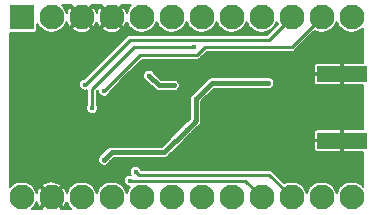
<source format=gbr>
%TF.GenerationSoftware,KiCad,Pcbnew,5.1.9+dfsg1-1~bpo10+1*%
%TF.CreationDate,Date%
%TF.ProjectId,LORA,4c4f5241-2e6b-4696-9361-645f70636258,v1.3*%
%TF.SameCoordinates,Original*%
%TF.FileFunction,Copper,L4,Bot*%
%TF.FilePolarity,Positive*%
%FSLAX46Y46*%
G04 Gerber Fmt 4.6, Leading zero omitted, Abs format (unit mm)*
G04 Created by KiCad*
%MOMM*%
%LPD*%
G01*
G04 APERTURE LIST*
%TA.AperFunction,ComponentPad*%
%ADD10R,2.100000X2.100000*%
%TD*%
%TA.AperFunction,ComponentPad*%
%ADD11C,2.100000*%
%TD*%
%TA.AperFunction,SMDPad,CuDef*%
%ADD12R,4.200000X1.350000*%
%TD*%
%TA.AperFunction,ViaPad*%
%ADD13C,0.450000*%
%TD*%
%TA.AperFunction,Conductor*%
%ADD14C,0.400000*%
%TD*%
%TA.AperFunction,Conductor*%
%ADD15C,0.250000*%
%TD*%
%TA.AperFunction,Conductor*%
%ADD16C,0.150000*%
%TD*%
%TA.AperFunction,Conductor*%
%ADD17C,0.100000*%
%TD*%
G04 APERTURE END LIST*
D10*
%TO.P,A1,1*%
%TO.N,N/C*%
X0Y0D03*
D11*
%TO.P,A1,2*%
X2540000Y0D03*
%TO.P,A1,3*%
%TO.N,GND*%
X5080000Y0D03*
%TO.P,A1,13*%
%TO.N,CS0*%
X27940000Y-15240000D03*
%TO.P,A1,4*%
%TO.N,GND*%
X7620000Y0D03*
%TO.P,A1,14*%
%TO.N,COPI*%
X25400000Y-15240000D03*
%TO.P,A1,5*%
%TO.N,N/C*%
X10160000Y0D03*
%TO.P,A1,15*%
%TO.N,CIPO*%
X22860000Y-15240000D03*
%TO.P,A1,6*%
%TO.N,N/C*%
X12700000Y0D03*
%TO.P,A1,16*%
%TO.N,SCK*%
X20320000Y-15240000D03*
%TO.P,A1,7*%
%TO.N,N/C*%
X15240000Y0D03*
%TO.P,A1,17*%
X17780000Y-15240000D03*
%TO.P,A1,8*%
%TO.N,DIO1*%
X17780000Y0D03*
%TO.P,A1,18*%
%TO.N,N/C*%
X15240000Y-15240000D03*
%TO.P,A1,9*%
X20320000Y0D03*
%TO.P,A1,19*%
X12700000Y-15240000D03*
%TO.P,A1,10*%
%TO.N,DIO0*%
X22860000Y0D03*
%TO.P,A1,20*%
%TO.N,N/C*%
X10160000Y-15240000D03*
%TO.P,A1,11*%
%TO.N,RFRST*%
X25400000Y0D03*
%TO.P,A1,21*%
%TO.N,+3V3*%
X7620000Y-15240000D03*
%TO.P,A1,12*%
%TO.N,N/C*%
X27940000Y0D03*
%TO.P,A1,22*%
X5080000Y-15240000D03*
%TO.P,A1,23*%
%TO.N,GND*%
X2540000Y-15240000D03*
%TO.P,A1,24*%
%TO.N,N/C*%
X0Y-15240000D03*
%TD*%
D12*
%TO.P,J2,2*%
%TO.N,GND*%
X27105000Y-4795000D03*
X27105000Y-10445000D03*
%TD*%
D13*
%TO.N,GND*%
X3810000Y-13335000D03*
X2540000Y-1905000D03*
X1270000Y-13970000D03*
X0Y-12700000D03*
X2540000Y-11430000D03*
X2540000Y-9525000D03*
X2540000Y-7620000D03*
X2540000Y-5715000D03*
X0Y-2540000D03*
X19939000Y-7620000D03*
X18288000Y-8890000D03*
X19939000Y-8890000D03*
X21082000Y-12319000D03*
X22225000Y-12319000D03*
X23495000Y-12319000D03*
X8191500Y-12890500D03*
X13970000Y-8255000D03*
X13990616Y-10536216D03*
X13208000Y-3810000D03*
X19939000Y-6477000D03*
X24638000Y-6858000D03*
X24638000Y-8382000D03*
X24765000Y-12319000D03*
X26162000Y-12319000D03*
X3810000Y-1143000D03*
X26670000Y-2540000D03*
X13970000Y-1143000D03*
X16510000Y-1143000D03*
X22225000Y-4445000D03*
X24130000Y-2540000D03*
X15240000Y-3810000D03*
X22225000Y-6667500D03*
X13970000Y-7264400D03*
X3810000Y-5715000D03*
X3810000Y-7620000D03*
X3810000Y-9525000D03*
X11430000Y-7620000D03*
X8890000Y-7620000D03*
X8890000Y-10160000D03*
X11430000Y-10160000D03*
X11430000Y-1143000D03*
X2540000Y-3810000D03*
X18669000Y-11811000D03*
X4064000Y-12446000D03*
X4064000Y-11303000D03*
X18415000Y-3683000D03*
X19939000Y-3683000D03*
X6731000Y-3175000D03*
X15240000Y-5334000D03*
X19050000Y-1143000D03*
X10922000Y-3810000D03*
X24638000Y-6096000D03*
X24638000Y-9144000D03*
%TO.N,+3V3*%
X13970000Y-9525000D03*
X6985000Y-12065000D03*
X20891500Y-5562600D03*
X10795000Y-4953000D03*
X12890500Y-5778500D03*
X14755000Y-6931800D03*
%TO.N,Net-(JP1-Pad1)*%
X14605000Y-2540000D03*
X5969000Y-7679990D03*
%TO.N,CIPO*%
X9652000Y-13081000D03*
%TO.N,SCK*%
X9143990Y-13843000D03*
%TO.N,DIO0*%
X5334000Y-5715000D03*
%TO.N,RFRST*%
X6985000Y-6223000D03*
%TD*%
D14*
%TO.N,+3V3*%
X12890500Y-5778500D02*
X11620500Y-5778500D01*
X11620500Y-5778500D02*
X10795000Y-4953000D01*
X14755000Y-6931800D02*
X14755000Y-8740000D01*
X14755000Y-8740000D02*
X14566900Y-8928100D01*
X13970000Y-9525000D02*
X14566900Y-8928100D01*
X16124200Y-5562600D02*
X20891500Y-5562600D01*
X14755000Y-6931800D02*
X16124200Y-5562600D01*
X12065000Y-11430000D02*
X13970000Y-9525000D01*
X7620000Y-11430000D02*
X12065000Y-11430000D01*
X6985000Y-12065000D02*
X7620000Y-11430000D01*
D15*
%TO.N,Net-(JP1-Pad1)*%
X5969000Y-6096000D02*
X5969000Y-7679990D01*
X9525000Y-2540000D02*
X5969000Y-6096000D01*
X14605000Y-2540000D02*
X9525000Y-2540000D01*
%TO.N,CIPO*%
X9906000Y-13335000D02*
X9652000Y-13081000D01*
X20955000Y-13335000D02*
X9906000Y-13335000D01*
X22860000Y-15240000D02*
X20955000Y-13335000D01*
%TO.N,SCK*%
X18923000Y-13843000D02*
X9143990Y-13843000D01*
X20320000Y-15240000D02*
X18923000Y-13843000D01*
%TO.N,DIO0*%
X22860000Y0D02*
X20955000Y-1905000D01*
X20955000Y-1905000D02*
X9144000Y-1905000D01*
X9144000Y-1905000D02*
X5583999Y-5465001D01*
X5583999Y-5465001D02*
X5334000Y-5715000D01*
%TO.N,RFRST*%
X7234999Y-5973001D02*
X6985000Y-6223000D01*
X10023001Y-3184999D02*
X7234999Y-5973001D01*
X14849001Y-3184999D02*
X10023001Y-3184999D01*
X15494000Y-2540000D02*
X14849001Y-3184999D01*
X22860000Y-2540000D02*
X15494000Y-2540000D01*
X25400000Y0D02*
X22860000Y-2540000D01*
%TD*%
D16*
%TO.N,GND*%
X4241773Y944293D02*
X5080000Y106066D01*
X5918227Y944293D01*
X5884205Y995000D01*
X6815795Y995000D01*
X6781773Y944293D01*
X7620000Y106066D01*
X8458227Y944293D01*
X8424205Y995000D01*
X9281167Y995000D01*
X9130805Y844638D01*
X8985800Y627623D01*
X8886836Y388703D01*
X8841177Y530455D01*
X8739508Y720666D01*
X8564293Y838227D01*
X7726066Y0D01*
X8564293Y-838227D01*
X8739508Y-720666D01*
X8858592Y-488414D01*
X8886926Y-388919D01*
X8985800Y-627623D01*
X9130805Y-844638D01*
X9315362Y-1029195D01*
X9532377Y-1174200D01*
X9773512Y-1274081D01*
X10029499Y-1325000D01*
X10290501Y-1325000D01*
X10546488Y-1274081D01*
X10787623Y-1174200D01*
X11004638Y-1029195D01*
X11189195Y-844638D01*
X11334200Y-627623D01*
X11430000Y-396340D01*
X11525800Y-627623D01*
X11670805Y-844638D01*
X11855362Y-1029195D01*
X12072377Y-1174200D01*
X12313512Y-1274081D01*
X12569499Y-1325000D01*
X12830501Y-1325000D01*
X13086488Y-1274081D01*
X13327623Y-1174200D01*
X13544638Y-1029195D01*
X13729195Y-844638D01*
X13874200Y-627623D01*
X13970000Y-396340D01*
X14065800Y-627623D01*
X14210805Y-844638D01*
X14395362Y-1029195D01*
X14612377Y-1174200D01*
X14853512Y-1274081D01*
X15109499Y-1325000D01*
X15370501Y-1325000D01*
X15626488Y-1274081D01*
X15867623Y-1174200D01*
X16084638Y-1029195D01*
X16269195Y-844638D01*
X16414200Y-627623D01*
X16510000Y-396340D01*
X16605800Y-627623D01*
X16750805Y-844638D01*
X16935362Y-1029195D01*
X17152377Y-1174200D01*
X17393512Y-1274081D01*
X17649499Y-1325000D01*
X17910501Y-1325000D01*
X18166488Y-1274081D01*
X18407623Y-1174200D01*
X18624638Y-1029195D01*
X18809195Y-844638D01*
X18954200Y-627623D01*
X19050000Y-396340D01*
X19145800Y-627623D01*
X19290805Y-844638D01*
X19475362Y-1029195D01*
X19692377Y-1174200D01*
X19933512Y-1274081D01*
X20189499Y-1325000D01*
X20450501Y-1325000D01*
X20706488Y-1274081D01*
X20947623Y-1174200D01*
X21164638Y-1029195D01*
X21349195Y-844638D01*
X21494200Y-627623D01*
X21590000Y-396340D01*
X21680203Y-614111D01*
X20789315Y-1505000D01*
X9163647Y-1505000D01*
X9144000Y-1503065D01*
X9124353Y-1505000D01*
X9065586Y-1510788D01*
X8990186Y-1533660D01*
X8920697Y-1570803D01*
X8859789Y-1620789D01*
X8847265Y-1636050D01*
X5264233Y-5219082D01*
X5188155Y-5234215D01*
X5097161Y-5271906D01*
X5015269Y-5326625D01*
X4945625Y-5396269D01*
X4890906Y-5478161D01*
X4853215Y-5569155D01*
X4834000Y-5665754D01*
X4834000Y-5764246D01*
X4853215Y-5860845D01*
X4890906Y-5951839D01*
X4945625Y-6033731D01*
X5015269Y-6103375D01*
X5097161Y-6158094D01*
X5188155Y-6195785D01*
X5284754Y-6215000D01*
X5383246Y-6215000D01*
X5479845Y-6195785D01*
X5569000Y-6158856D01*
X5569001Y-7378656D01*
X5525906Y-7443151D01*
X5488215Y-7534145D01*
X5469000Y-7630744D01*
X5469000Y-7729236D01*
X5488215Y-7825835D01*
X5525906Y-7916829D01*
X5580625Y-7998721D01*
X5650269Y-8068365D01*
X5732161Y-8123084D01*
X5823155Y-8160775D01*
X5919754Y-8179990D01*
X6018246Y-8179990D01*
X6114845Y-8160775D01*
X6205839Y-8123084D01*
X6287731Y-8068365D01*
X6357375Y-7998721D01*
X6412094Y-7916829D01*
X6449785Y-7825835D01*
X6469000Y-7729236D01*
X6469000Y-7630744D01*
X6449785Y-7534145D01*
X6412094Y-7443151D01*
X6369000Y-7378657D01*
X6369000Y-6261685D01*
X6491970Y-6138715D01*
X6485000Y-6173754D01*
X6485000Y-6272246D01*
X6504215Y-6368845D01*
X6541906Y-6459839D01*
X6596625Y-6541731D01*
X6666269Y-6611375D01*
X6748161Y-6666094D01*
X6839155Y-6703785D01*
X6935754Y-6723000D01*
X7034246Y-6723000D01*
X7130845Y-6703785D01*
X7221839Y-6666094D01*
X7303731Y-6611375D01*
X7373375Y-6541731D01*
X7428094Y-6459839D01*
X7465785Y-6368845D01*
X7480918Y-6292767D01*
X7531734Y-6241951D01*
X8869931Y-4903754D01*
X10295000Y-4903754D01*
X10295000Y-5002246D01*
X10314215Y-5098845D01*
X10351906Y-5189839D01*
X10406625Y-5271731D01*
X10476269Y-5341375D01*
X10558161Y-5396094D01*
X10572130Y-5401880D01*
X11268120Y-6097871D01*
X11282999Y-6116001D01*
X11355327Y-6175359D01*
X11437846Y-6219466D01*
X11500222Y-6238388D01*
X11527383Y-6246627D01*
X11620499Y-6255798D01*
X11643831Y-6253500D01*
X12730689Y-6253500D01*
X12744655Y-6259285D01*
X12841254Y-6278500D01*
X12939746Y-6278500D01*
X13036345Y-6259285D01*
X13127339Y-6221594D01*
X13209231Y-6166875D01*
X13278875Y-6097231D01*
X13333594Y-6015339D01*
X13371285Y-5924345D01*
X13390500Y-5827746D01*
X13390500Y-5729254D01*
X13371285Y-5632655D01*
X13333594Y-5541661D01*
X13278875Y-5459769D01*
X13209231Y-5390125D01*
X13127339Y-5335406D01*
X13036345Y-5297715D01*
X12939746Y-5278500D01*
X12841254Y-5278500D01*
X12744655Y-5297715D01*
X12730689Y-5303500D01*
X11817251Y-5303500D01*
X11243880Y-4730130D01*
X11238094Y-4716161D01*
X11183375Y-4634269D01*
X11113731Y-4564625D01*
X11031839Y-4509906D01*
X10940845Y-4472215D01*
X10844246Y-4453000D01*
X10745754Y-4453000D01*
X10649155Y-4472215D01*
X10558161Y-4509906D01*
X10476269Y-4564625D01*
X10406625Y-4634269D01*
X10351906Y-4716161D01*
X10314215Y-4807155D01*
X10295000Y-4903754D01*
X8869931Y-4903754D01*
X9653685Y-4120000D01*
X24728669Y-4120000D01*
X24730000Y-4651250D01*
X24798750Y-4720000D01*
X27030000Y-4720000D01*
X27030000Y-3913750D01*
X26961250Y-3845000D01*
X25005000Y-3843669D01*
X24951090Y-3848979D01*
X24899253Y-3864703D01*
X24851479Y-3890239D01*
X24809604Y-3924604D01*
X24775239Y-3966479D01*
X24749703Y-4014253D01*
X24733979Y-4066090D01*
X24728669Y-4120000D01*
X9653685Y-4120000D01*
X10188687Y-3584999D01*
X14829355Y-3584999D01*
X14849001Y-3586934D01*
X14868647Y-3584999D01*
X14868648Y-3584999D01*
X14927415Y-3579211D01*
X15002815Y-3556339D01*
X15072304Y-3519196D01*
X15133212Y-3469210D01*
X15145738Y-3453947D01*
X15659686Y-2940000D01*
X22840354Y-2940000D01*
X22860000Y-2941935D01*
X22879646Y-2940000D01*
X22879647Y-2940000D01*
X22938414Y-2934212D01*
X23013814Y-2911340D01*
X23083303Y-2874197D01*
X23144211Y-2824211D01*
X23156737Y-2808948D01*
X24785888Y-1179797D01*
X25013512Y-1274081D01*
X25269499Y-1325000D01*
X25530501Y-1325000D01*
X25786488Y-1274081D01*
X26027623Y-1174200D01*
X26244638Y-1029195D01*
X26429195Y-844638D01*
X26574200Y-627623D01*
X26670000Y-396340D01*
X26765800Y-627623D01*
X26910805Y-844638D01*
X27095362Y-1029195D01*
X27312377Y-1174200D01*
X27553512Y-1274081D01*
X27809499Y-1325000D01*
X28070501Y-1325000D01*
X28326488Y-1274081D01*
X28567623Y-1174200D01*
X28784638Y-1029195D01*
X28935000Y-878833D01*
X28935000Y-3843853D01*
X27248750Y-3845000D01*
X27180000Y-3913750D01*
X27180000Y-4720000D01*
X27200000Y-4720000D01*
X27200000Y-4870000D01*
X27180000Y-4870000D01*
X27180000Y-5676250D01*
X27248750Y-5745000D01*
X28935000Y-5746147D01*
X28935001Y-9493853D01*
X27248750Y-9495000D01*
X27180000Y-9563750D01*
X27180000Y-10370000D01*
X27200000Y-10370000D01*
X27200000Y-10520000D01*
X27180000Y-10520000D01*
X27180000Y-11326250D01*
X27248750Y-11395000D01*
X28935001Y-11396147D01*
X28935001Y-14361168D01*
X28784638Y-14210805D01*
X28567623Y-14065800D01*
X28326488Y-13965919D01*
X28070501Y-13915000D01*
X27809499Y-13915000D01*
X27553512Y-13965919D01*
X27312377Y-14065800D01*
X27095362Y-14210805D01*
X26910805Y-14395362D01*
X26765800Y-14612377D01*
X26670000Y-14843660D01*
X26574200Y-14612377D01*
X26429195Y-14395362D01*
X26244638Y-14210805D01*
X26027623Y-14065800D01*
X25786488Y-13965919D01*
X25530501Y-13915000D01*
X25269499Y-13915000D01*
X25013512Y-13965919D01*
X24772377Y-14065800D01*
X24555362Y-14210805D01*
X24370805Y-14395362D01*
X24225800Y-14612377D01*
X24130000Y-14843660D01*
X24034200Y-14612377D01*
X23889195Y-14395362D01*
X23704638Y-14210805D01*
X23487623Y-14065800D01*
X23246488Y-13965919D01*
X22990501Y-13915000D01*
X22729499Y-13915000D01*
X22473512Y-13965919D01*
X22245889Y-14060203D01*
X21251735Y-13066050D01*
X21239211Y-13050789D01*
X21178303Y-13000803D01*
X21108814Y-12963660D01*
X21033414Y-12940788D01*
X20974647Y-12935000D01*
X20974646Y-12935000D01*
X20955000Y-12933065D01*
X20935354Y-12935000D01*
X10132721Y-12935000D01*
X10095094Y-12844161D01*
X10040375Y-12762269D01*
X9970731Y-12692625D01*
X9888839Y-12637906D01*
X9797845Y-12600215D01*
X9701246Y-12581000D01*
X9602754Y-12581000D01*
X9506155Y-12600215D01*
X9415161Y-12637906D01*
X9333269Y-12692625D01*
X9263625Y-12762269D01*
X9208906Y-12844161D01*
X9171215Y-12935155D01*
X9152000Y-13031754D01*
X9152000Y-13130246D01*
X9171215Y-13226845D01*
X9208906Y-13317839D01*
X9230697Y-13350452D01*
X9193236Y-13343000D01*
X9094744Y-13343000D01*
X8998145Y-13362215D01*
X8907151Y-13399906D01*
X8825259Y-13454625D01*
X8755615Y-13524269D01*
X8700896Y-13606161D01*
X8663205Y-13697155D01*
X8643990Y-13793754D01*
X8643990Y-13892246D01*
X8663205Y-13988845D01*
X8700896Y-14079839D01*
X8755615Y-14161731D01*
X8825259Y-14231375D01*
X8907151Y-14286094D01*
X8998145Y-14323785D01*
X9094744Y-14343000D01*
X9183167Y-14343000D01*
X9130805Y-14395362D01*
X8985800Y-14612377D01*
X8890000Y-14843660D01*
X8794200Y-14612377D01*
X8649195Y-14395362D01*
X8464638Y-14210805D01*
X8247623Y-14065800D01*
X8006488Y-13965919D01*
X7750501Y-13915000D01*
X7489499Y-13915000D01*
X7233512Y-13965919D01*
X6992377Y-14065800D01*
X6775362Y-14210805D01*
X6590805Y-14395362D01*
X6445800Y-14612377D01*
X6350000Y-14843660D01*
X6254200Y-14612377D01*
X6109195Y-14395362D01*
X5924638Y-14210805D01*
X5707623Y-14065800D01*
X5466488Y-13965919D01*
X5210501Y-13915000D01*
X4949499Y-13915000D01*
X4693512Y-13965919D01*
X4452377Y-14065800D01*
X4235362Y-14210805D01*
X4050805Y-14395362D01*
X3905800Y-14612377D01*
X3806836Y-14851297D01*
X3761177Y-14709545D01*
X3659508Y-14519334D01*
X3484293Y-14401773D01*
X2646066Y-15240000D01*
X3484293Y-16078227D01*
X3659508Y-15960666D01*
X3778592Y-15728414D01*
X3806926Y-15628919D01*
X3905800Y-15867623D01*
X4050805Y-16084638D01*
X4201167Y-16235000D01*
X3344205Y-16235000D01*
X3378227Y-16184293D01*
X2540000Y-15346066D01*
X1701773Y-16184293D01*
X1735795Y-16235000D01*
X878833Y-16235000D01*
X1029195Y-16084638D01*
X1174200Y-15867623D01*
X1273164Y-15628703D01*
X1318823Y-15770455D01*
X1420492Y-15960666D01*
X1595707Y-16078227D01*
X2433934Y-15240000D01*
X1595707Y-14401773D01*
X1420492Y-14519334D01*
X1301408Y-14751586D01*
X1273074Y-14851081D01*
X1174200Y-14612377D01*
X1029195Y-14395362D01*
X929540Y-14295707D01*
X1701773Y-14295707D01*
X2540000Y-15133934D01*
X3378227Y-14295707D01*
X3260666Y-14120492D01*
X3028414Y-14001408D01*
X2777392Y-13929923D01*
X2517247Y-13908783D01*
X2257977Y-13938801D01*
X2009545Y-14018823D01*
X1819334Y-14120492D01*
X1701773Y-14295707D01*
X929540Y-14295707D01*
X844638Y-14210805D01*
X627623Y-14065800D01*
X386488Y-13965919D01*
X130501Y-13915000D01*
X-130501Y-13915000D01*
X-386488Y-13965919D01*
X-627623Y-14065800D01*
X-844638Y-14210805D01*
X-995000Y-14361167D01*
X-995000Y-12015754D01*
X6485000Y-12015754D01*
X6485000Y-12114246D01*
X6504215Y-12210845D01*
X6541906Y-12301839D01*
X6596625Y-12383731D01*
X6666269Y-12453375D01*
X6748161Y-12508094D01*
X6839155Y-12545785D01*
X6935754Y-12565000D01*
X7034246Y-12565000D01*
X7130845Y-12545785D01*
X7221839Y-12508094D01*
X7303731Y-12453375D01*
X7373375Y-12383731D01*
X7428094Y-12301839D01*
X7433880Y-12287870D01*
X7816752Y-11905000D01*
X12041668Y-11905000D01*
X12065000Y-11907298D01*
X12088332Y-11905000D01*
X12158116Y-11898127D01*
X12247654Y-11870966D01*
X12330173Y-11826859D01*
X12402501Y-11767501D01*
X12417384Y-11749366D01*
X13046750Y-11120000D01*
X24728669Y-11120000D01*
X24733979Y-11173910D01*
X24749703Y-11225747D01*
X24775239Y-11273521D01*
X24809604Y-11315396D01*
X24851479Y-11349761D01*
X24899253Y-11375297D01*
X24951090Y-11391021D01*
X25005000Y-11396331D01*
X26961250Y-11395000D01*
X27030000Y-11326250D01*
X27030000Y-10520000D01*
X24798750Y-10520000D01*
X24730000Y-10588750D01*
X24728669Y-11120000D01*
X13046750Y-11120000D01*
X14192873Y-9973879D01*
X14206839Y-9968094D01*
X14288731Y-9913375D01*
X14358375Y-9843731D01*
X14407640Y-9770000D01*
X24728669Y-9770000D01*
X24730000Y-10301250D01*
X24798750Y-10370000D01*
X27030000Y-10370000D01*
X27030000Y-9563750D01*
X26961250Y-9495000D01*
X25005000Y-9493669D01*
X24951090Y-9498979D01*
X24899253Y-9514703D01*
X24851479Y-9540239D01*
X24809604Y-9574604D01*
X24775239Y-9616479D01*
X24749703Y-9664253D01*
X24733979Y-9716090D01*
X24728669Y-9770000D01*
X14407640Y-9770000D01*
X14413094Y-9761839D01*
X14418880Y-9747870D01*
X14919273Y-9247478D01*
X14919277Y-9247473D01*
X15074371Y-9092380D01*
X15092501Y-9077501D01*
X15151859Y-9005173D01*
X15195966Y-8922654D01*
X15223127Y-8833116D01*
X15230000Y-8763332D01*
X15232298Y-8740000D01*
X15230000Y-8716668D01*
X15230000Y-7128550D01*
X16320951Y-6037600D01*
X20731689Y-6037600D01*
X20745655Y-6043385D01*
X20842254Y-6062600D01*
X20940746Y-6062600D01*
X21037345Y-6043385D01*
X21128339Y-6005694D01*
X21210231Y-5950975D01*
X21279875Y-5881331D01*
X21334594Y-5799439D01*
X21372285Y-5708445D01*
X21391500Y-5611846D01*
X21391500Y-5513354D01*
X21382877Y-5470000D01*
X24728669Y-5470000D01*
X24733979Y-5523910D01*
X24749703Y-5575747D01*
X24775239Y-5623521D01*
X24809604Y-5665396D01*
X24851479Y-5699761D01*
X24899253Y-5725297D01*
X24951090Y-5741021D01*
X25005000Y-5746331D01*
X26961250Y-5745000D01*
X27030000Y-5676250D01*
X27030000Y-4870000D01*
X24798750Y-4870000D01*
X24730000Y-4938750D01*
X24728669Y-5470000D01*
X21382877Y-5470000D01*
X21372285Y-5416755D01*
X21334594Y-5325761D01*
X21279875Y-5243869D01*
X21210231Y-5174225D01*
X21128339Y-5119506D01*
X21037345Y-5081815D01*
X20940746Y-5062600D01*
X20842254Y-5062600D01*
X20745655Y-5081815D01*
X20731689Y-5087600D01*
X16147531Y-5087600D01*
X16124199Y-5085302D01*
X16031083Y-5094473D01*
X16016671Y-5098845D01*
X15941546Y-5121634D01*
X15859027Y-5165741D01*
X15786699Y-5225099D01*
X15771820Y-5243229D01*
X14532130Y-6482920D01*
X14518161Y-6488706D01*
X14436269Y-6543425D01*
X14366625Y-6613069D01*
X14311906Y-6694961D01*
X14274215Y-6785955D01*
X14255000Y-6882554D01*
X14255000Y-6981046D01*
X14274215Y-7077645D01*
X14280000Y-7091611D01*
X14280001Y-8543249D01*
X14247527Y-8575723D01*
X14247522Y-8575727D01*
X13747130Y-9076120D01*
X13733161Y-9081906D01*
X13651269Y-9136625D01*
X13581625Y-9206269D01*
X13526906Y-9288161D01*
X13521121Y-9302127D01*
X11868250Y-10955000D01*
X7643332Y-10955000D01*
X7620000Y-10952702D01*
X7596668Y-10955000D01*
X7526884Y-10961873D01*
X7437346Y-10989034D01*
X7354827Y-11033141D01*
X7282499Y-11092499D01*
X7267625Y-11110623D01*
X6762130Y-11616120D01*
X6748161Y-11621906D01*
X6666269Y-11676625D01*
X6596625Y-11746269D01*
X6541906Y-11828161D01*
X6504215Y-11919155D01*
X6485000Y-12015754D01*
X-995000Y-12015754D01*
X-995000Y-1326330D01*
X1050000Y-1326330D01*
X1103909Y-1321020D01*
X1155747Y-1305296D01*
X1203521Y-1279760D01*
X1245395Y-1245395D01*
X1279760Y-1203521D01*
X1305296Y-1155747D01*
X1321020Y-1103909D01*
X1326330Y-1050000D01*
X1326330Y-532334D01*
X1365800Y-627623D01*
X1510805Y-844638D01*
X1695362Y-1029195D01*
X1912377Y-1174200D01*
X2153512Y-1274081D01*
X2409499Y-1325000D01*
X2670501Y-1325000D01*
X2926488Y-1274081D01*
X3167623Y-1174200D01*
X3384638Y-1029195D01*
X3469540Y-944293D01*
X4241773Y-944293D01*
X4359334Y-1119508D01*
X4591586Y-1238592D01*
X4842608Y-1310077D01*
X5102753Y-1331217D01*
X5362023Y-1301199D01*
X5610455Y-1221177D01*
X5800666Y-1119508D01*
X5918227Y-944293D01*
X6781773Y-944293D01*
X6899334Y-1119508D01*
X7131586Y-1238592D01*
X7382608Y-1310077D01*
X7642753Y-1331217D01*
X7902023Y-1301199D01*
X8150455Y-1221177D01*
X8340666Y-1119508D01*
X8458227Y-944293D01*
X7620000Y-106066D01*
X6781773Y-944293D01*
X5918227Y-944293D01*
X5080000Y-106066D01*
X4241773Y-944293D01*
X3469540Y-944293D01*
X3569195Y-844638D01*
X3714200Y-627623D01*
X3813164Y-388703D01*
X3858823Y-530455D01*
X3960492Y-720666D01*
X4135707Y-838227D01*
X4973934Y0D01*
X5186066Y0D01*
X6024293Y-838227D01*
X6199508Y-720666D01*
X6318592Y-488414D01*
X6349885Y-378526D01*
X6398823Y-530455D01*
X6500492Y-720666D01*
X6675707Y-838227D01*
X7513934Y0D01*
X6675707Y838227D01*
X6500492Y720666D01*
X6381408Y488414D01*
X6350115Y378526D01*
X6301177Y530455D01*
X6199508Y720666D01*
X6024293Y838227D01*
X5186066Y0D01*
X4973934Y0D01*
X4135707Y838227D01*
X3960492Y720666D01*
X3841408Y488414D01*
X3813074Y388919D01*
X3714200Y627623D01*
X3569195Y844638D01*
X3418833Y995000D01*
X4275795Y995000D01*
X4241773Y944293D01*
%TA.AperFunction,Conductor*%
D17*
G36*
X4241773Y944293D02*
G01*
X5080000Y106066D01*
X5918227Y944293D01*
X5884205Y995000D01*
X6815795Y995000D01*
X6781773Y944293D01*
X7620000Y106066D01*
X8458227Y944293D01*
X8424205Y995000D01*
X9281167Y995000D01*
X9130805Y844638D01*
X8985800Y627623D01*
X8886836Y388703D01*
X8841177Y530455D01*
X8739508Y720666D01*
X8564293Y838227D01*
X7726066Y0D01*
X8564293Y-838227D01*
X8739508Y-720666D01*
X8858592Y-488414D01*
X8886926Y-388919D01*
X8985800Y-627623D01*
X9130805Y-844638D01*
X9315362Y-1029195D01*
X9532377Y-1174200D01*
X9773512Y-1274081D01*
X10029499Y-1325000D01*
X10290501Y-1325000D01*
X10546488Y-1274081D01*
X10787623Y-1174200D01*
X11004638Y-1029195D01*
X11189195Y-844638D01*
X11334200Y-627623D01*
X11430000Y-396340D01*
X11525800Y-627623D01*
X11670805Y-844638D01*
X11855362Y-1029195D01*
X12072377Y-1174200D01*
X12313512Y-1274081D01*
X12569499Y-1325000D01*
X12830501Y-1325000D01*
X13086488Y-1274081D01*
X13327623Y-1174200D01*
X13544638Y-1029195D01*
X13729195Y-844638D01*
X13874200Y-627623D01*
X13970000Y-396340D01*
X14065800Y-627623D01*
X14210805Y-844638D01*
X14395362Y-1029195D01*
X14612377Y-1174200D01*
X14853512Y-1274081D01*
X15109499Y-1325000D01*
X15370501Y-1325000D01*
X15626488Y-1274081D01*
X15867623Y-1174200D01*
X16084638Y-1029195D01*
X16269195Y-844638D01*
X16414200Y-627623D01*
X16510000Y-396340D01*
X16605800Y-627623D01*
X16750805Y-844638D01*
X16935362Y-1029195D01*
X17152377Y-1174200D01*
X17393512Y-1274081D01*
X17649499Y-1325000D01*
X17910501Y-1325000D01*
X18166488Y-1274081D01*
X18407623Y-1174200D01*
X18624638Y-1029195D01*
X18809195Y-844638D01*
X18954200Y-627623D01*
X19050000Y-396340D01*
X19145800Y-627623D01*
X19290805Y-844638D01*
X19475362Y-1029195D01*
X19692377Y-1174200D01*
X19933512Y-1274081D01*
X20189499Y-1325000D01*
X20450501Y-1325000D01*
X20706488Y-1274081D01*
X20947623Y-1174200D01*
X21164638Y-1029195D01*
X21349195Y-844638D01*
X21494200Y-627623D01*
X21590000Y-396340D01*
X21680203Y-614111D01*
X20789315Y-1505000D01*
X9163647Y-1505000D01*
X9144000Y-1503065D01*
X9124353Y-1505000D01*
X9065586Y-1510788D01*
X8990186Y-1533660D01*
X8920697Y-1570803D01*
X8859789Y-1620789D01*
X8847265Y-1636050D01*
X5264233Y-5219082D01*
X5188155Y-5234215D01*
X5097161Y-5271906D01*
X5015269Y-5326625D01*
X4945625Y-5396269D01*
X4890906Y-5478161D01*
X4853215Y-5569155D01*
X4834000Y-5665754D01*
X4834000Y-5764246D01*
X4853215Y-5860845D01*
X4890906Y-5951839D01*
X4945625Y-6033731D01*
X5015269Y-6103375D01*
X5097161Y-6158094D01*
X5188155Y-6195785D01*
X5284754Y-6215000D01*
X5383246Y-6215000D01*
X5479845Y-6195785D01*
X5569000Y-6158856D01*
X5569001Y-7378656D01*
X5525906Y-7443151D01*
X5488215Y-7534145D01*
X5469000Y-7630744D01*
X5469000Y-7729236D01*
X5488215Y-7825835D01*
X5525906Y-7916829D01*
X5580625Y-7998721D01*
X5650269Y-8068365D01*
X5732161Y-8123084D01*
X5823155Y-8160775D01*
X5919754Y-8179990D01*
X6018246Y-8179990D01*
X6114845Y-8160775D01*
X6205839Y-8123084D01*
X6287731Y-8068365D01*
X6357375Y-7998721D01*
X6412094Y-7916829D01*
X6449785Y-7825835D01*
X6469000Y-7729236D01*
X6469000Y-7630744D01*
X6449785Y-7534145D01*
X6412094Y-7443151D01*
X6369000Y-7378657D01*
X6369000Y-6261685D01*
X6491970Y-6138715D01*
X6485000Y-6173754D01*
X6485000Y-6272246D01*
X6504215Y-6368845D01*
X6541906Y-6459839D01*
X6596625Y-6541731D01*
X6666269Y-6611375D01*
X6748161Y-6666094D01*
X6839155Y-6703785D01*
X6935754Y-6723000D01*
X7034246Y-6723000D01*
X7130845Y-6703785D01*
X7221839Y-6666094D01*
X7303731Y-6611375D01*
X7373375Y-6541731D01*
X7428094Y-6459839D01*
X7465785Y-6368845D01*
X7480918Y-6292767D01*
X7531734Y-6241951D01*
X8869931Y-4903754D01*
X10295000Y-4903754D01*
X10295000Y-5002246D01*
X10314215Y-5098845D01*
X10351906Y-5189839D01*
X10406625Y-5271731D01*
X10476269Y-5341375D01*
X10558161Y-5396094D01*
X10572130Y-5401880D01*
X11268120Y-6097871D01*
X11282999Y-6116001D01*
X11355327Y-6175359D01*
X11437846Y-6219466D01*
X11500222Y-6238388D01*
X11527383Y-6246627D01*
X11620499Y-6255798D01*
X11643831Y-6253500D01*
X12730689Y-6253500D01*
X12744655Y-6259285D01*
X12841254Y-6278500D01*
X12939746Y-6278500D01*
X13036345Y-6259285D01*
X13127339Y-6221594D01*
X13209231Y-6166875D01*
X13278875Y-6097231D01*
X13333594Y-6015339D01*
X13371285Y-5924345D01*
X13390500Y-5827746D01*
X13390500Y-5729254D01*
X13371285Y-5632655D01*
X13333594Y-5541661D01*
X13278875Y-5459769D01*
X13209231Y-5390125D01*
X13127339Y-5335406D01*
X13036345Y-5297715D01*
X12939746Y-5278500D01*
X12841254Y-5278500D01*
X12744655Y-5297715D01*
X12730689Y-5303500D01*
X11817251Y-5303500D01*
X11243880Y-4730130D01*
X11238094Y-4716161D01*
X11183375Y-4634269D01*
X11113731Y-4564625D01*
X11031839Y-4509906D01*
X10940845Y-4472215D01*
X10844246Y-4453000D01*
X10745754Y-4453000D01*
X10649155Y-4472215D01*
X10558161Y-4509906D01*
X10476269Y-4564625D01*
X10406625Y-4634269D01*
X10351906Y-4716161D01*
X10314215Y-4807155D01*
X10295000Y-4903754D01*
X8869931Y-4903754D01*
X9653685Y-4120000D01*
X24728669Y-4120000D01*
X24730000Y-4651250D01*
X24798750Y-4720000D01*
X27030000Y-4720000D01*
X27030000Y-3913750D01*
X26961250Y-3845000D01*
X25005000Y-3843669D01*
X24951090Y-3848979D01*
X24899253Y-3864703D01*
X24851479Y-3890239D01*
X24809604Y-3924604D01*
X24775239Y-3966479D01*
X24749703Y-4014253D01*
X24733979Y-4066090D01*
X24728669Y-4120000D01*
X9653685Y-4120000D01*
X10188687Y-3584999D01*
X14829355Y-3584999D01*
X14849001Y-3586934D01*
X14868647Y-3584999D01*
X14868648Y-3584999D01*
X14927415Y-3579211D01*
X15002815Y-3556339D01*
X15072304Y-3519196D01*
X15133212Y-3469210D01*
X15145738Y-3453947D01*
X15659686Y-2940000D01*
X22840354Y-2940000D01*
X22860000Y-2941935D01*
X22879646Y-2940000D01*
X22879647Y-2940000D01*
X22938414Y-2934212D01*
X23013814Y-2911340D01*
X23083303Y-2874197D01*
X23144211Y-2824211D01*
X23156737Y-2808948D01*
X24785888Y-1179797D01*
X25013512Y-1274081D01*
X25269499Y-1325000D01*
X25530501Y-1325000D01*
X25786488Y-1274081D01*
X26027623Y-1174200D01*
X26244638Y-1029195D01*
X26429195Y-844638D01*
X26574200Y-627623D01*
X26670000Y-396340D01*
X26765800Y-627623D01*
X26910805Y-844638D01*
X27095362Y-1029195D01*
X27312377Y-1174200D01*
X27553512Y-1274081D01*
X27809499Y-1325000D01*
X28070501Y-1325000D01*
X28326488Y-1274081D01*
X28567623Y-1174200D01*
X28784638Y-1029195D01*
X28935000Y-878833D01*
X28935000Y-3843853D01*
X27248750Y-3845000D01*
X27180000Y-3913750D01*
X27180000Y-4720000D01*
X27200000Y-4720000D01*
X27200000Y-4870000D01*
X27180000Y-4870000D01*
X27180000Y-5676250D01*
X27248750Y-5745000D01*
X28935000Y-5746147D01*
X28935001Y-9493853D01*
X27248750Y-9495000D01*
X27180000Y-9563750D01*
X27180000Y-10370000D01*
X27200000Y-10370000D01*
X27200000Y-10520000D01*
X27180000Y-10520000D01*
X27180000Y-11326250D01*
X27248750Y-11395000D01*
X28935001Y-11396147D01*
X28935001Y-14361168D01*
X28784638Y-14210805D01*
X28567623Y-14065800D01*
X28326488Y-13965919D01*
X28070501Y-13915000D01*
X27809499Y-13915000D01*
X27553512Y-13965919D01*
X27312377Y-14065800D01*
X27095362Y-14210805D01*
X26910805Y-14395362D01*
X26765800Y-14612377D01*
X26670000Y-14843660D01*
X26574200Y-14612377D01*
X26429195Y-14395362D01*
X26244638Y-14210805D01*
X26027623Y-14065800D01*
X25786488Y-13965919D01*
X25530501Y-13915000D01*
X25269499Y-13915000D01*
X25013512Y-13965919D01*
X24772377Y-14065800D01*
X24555362Y-14210805D01*
X24370805Y-14395362D01*
X24225800Y-14612377D01*
X24130000Y-14843660D01*
X24034200Y-14612377D01*
X23889195Y-14395362D01*
X23704638Y-14210805D01*
X23487623Y-14065800D01*
X23246488Y-13965919D01*
X22990501Y-13915000D01*
X22729499Y-13915000D01*
X22473512Y-13965919D01*
X22245889Y-14060203D01*
X21251735Y-13066050D01*
X21239211Y-13050789D01*
X21178303Y-13000803D01*
X21108814Y-12963660D01*
X21033414Y-12940788D01*
X20974647Y-12935000D01*
X20974646Y-12935000D01*
X20955000Y-12933065D01*
X20935354Y-12935000D01*
X10132721Y-12935000D01*
X10095094Y-12844161D01*
X10040375Y-12762269D01*
X9970731Y-12692625D01*
X9888839Y-12637906D01*
X9797845Y-12600215D01*
X9701246Y-12581000D01*
X9602754Y-12581000D01*
X9506155Y-12600215D01*
X9415161Y-12637906D01*
X9333269Y-12692625D01*
X9263625Y-12762269D01*
X9208906Y-12844161D01*
X9171215Y-12935155D01*
X9152000Y-13031754D01*
X9152000Y-13130246D01*
X9171215Y-13226845D01*
X9208906Y-13317839D01*
X9230697Y-13350452D01*
X9193236Y-13343000D01*
X9094744Y-13343000D01*
X8998145Y-13362215D01*
X8907151Y-13399906D01*
X8825259Y-13454625D01*
X8755615Y-13524269D01*
X8700896Y-13606161D01*
X8663205Y-13697155D01*
X8643990Y-13793754D01*
X8643990Y-13892246D01*
X8663205Y-13988845D01*
X8700896Y-14079839D01*
X8755615Y-14161731D01*
X8825259Y-14231375D01*
X8907151Y-14286094D01*
X8998145Y-14323785D01*
X9094744Y-14343000D01*
X9183167Y-14343000D01*
X9130805Y-14395362D01*
X8985800Y-14612377D01*
X8890000Y-14843660D01*
X8794200Y-14612377D01*
X8649195Y-14395362D01*
X8464638Y-14210805D01*
X8247623Y-14065800D01*
X8006488Y-13965919D01*
X7750501Y-13915000D01*
X7489499Y-13915000D01*
X7233512Y-13965919D01*
X6992377Y-14065800D01*
X6775362Y-14210805D01*
X6590805Y-14395362D01*
X6445800Y-14612377D01*
X6350000Y-14843660D01*
X6254200Y-14612377D01*
X6109195Y-14395362D01*
X5924638Y-14210805D01*
X5707623Y-14065800D01*
X5466488Y-13965919D01*
X5210501Y-13915000D01*
X4949499Y-13915000D01*
X4693512Y-13965919D01*
X4452377Y-14065800D01*
X4235362Y-14210805D01*
X4050805Y-14395362D01*
X3905800Y-14612377D01*
X3806836Y-14851297D01*
X3761177Y-14709545D01*
X3659508Y-14519334D01*
X3484293Y-14401773D01*
X2646066Y-15240000D01*
X3484293Y-16078227D01*
X3659508Y-15960666D01*
X3778592Y-15728414D01*
X3806926Y-15628919D01*
X3905800Y-15867623D01*
X4050805Y-16084638D01*
X4201167Y-16235000D01*
X3344205Y-16235000D01*
X3378227Y-16184293D01*
X2540000Y-15346066D01*
X1701773Y-16184293D01*
X1735795Y-16235000D01*
X878833Y-16235000D01*
X1029195Y-16084638D01*
X1174200Y-15867623D01*
X1273164Y-15628703D01*
X1318823Y-15770455D01*
X1420492Y-15960666D01*
X1595707Y-16078227D01*
X2433934Y-15240000D01*
X1595707Y-14401773D01*
X1420492Y-14519334D01*
X1301408Y-14751586D01*
X1273074Y-14851081D01*
X1174200Y-14612377D01*
X1029195Y-14395362D01*
X929540Y-14295707D01*
X1701773Y-14295707D01*
X2540000Y-15133934D01*
X3378227Y-14295707D01*
X3260666Y-14120492D01*
X3028414Y-14001408D01*
X2777392Y-13929923D01*
X2517247Y-13908783D01*
X2257977Y-13938801D01*
X2009545Y-14018823D01*
X1819334Y-14120492D01*
X1701773Y-14295707D01*
X929540Y-14295707D01*
X844638Y-14210805D01*
X627623Y-14065800D01*
X386488Y-13965919D01*
X130501Y-13915000D01*
X-130501Y-13915000D01*
X-386488Y-13965919D01*
X-627623Y-14065800D01*
X-844638Y-14210805D01*
X-995000Y-14361167D01*
X-995000Y-12015754D01*
X6485000Y-12015754D01*
X6485000Y-12114246D01*
X6504215Y-12210845D01*
X6541906Y-12301839D01*
X6596625Y-12383731D01*
X6666269Y-12453375D01*
X6748161Y-12508094D01*
X6839155Y-12545785D01*
X6935754Y-12565000D01*
X7034246Y-12565000D01*
X7130845Y-12545785D01*
X7221839Y-12508094D01*
X7303731Y-12453375D01*
X7373375Y-12383731D01*
X7428094Y-12301839D01*
X7433880Y-12287870D01*
X7816752Y-11905000D01*
X12041668Y-11905000D01*
X12065000Y-11907298D01*
X12088332Y-11905000D01*
X12158116Y-11898127D01*
X12247654Y-11870966D01*
X12330173Y-11826859D01*
X12402501Y-11767501D01*
X12417384Y-11749366D01*
X13046750Y-11120000D01*
X24728669Y-11120000D01*
X24733979Y-11173910D01*
X24749703Y-11225747D01*
X24775239Y-11273521D01*
X24809604Y-11315396D01*
X24851479Y-11349761D01*
X24899253Y-11375297D01*
X24951090Y-11391021D01*
X25005000Y-11396331D01*
X26961250Y-11395000D01*
X27030000Y-11326250D01*
X27030000Y-10520000D01*
X24798750Y-10520000D01*
X24730000Y-10588750D01*
X24728669Y-11120000D01*
X13046750Y-11120000D01*
X14192873Y-9973879D01*
X14206839Y-9968094D01*
X14288731Y-9913375D01*
X14358375Y-9843731D01*
X14407640Y-9770000D01*
X24728669Y-9770000D01*
X24730000Y-10301250D01*
X24798750Y-10370000D01*
X27030000Y-10370000D01*
X27030000Y-9563750D01*
X26961250Y-9495000D01*
X25005000Y-9493669D01*
X24951090Y-9498979D01*
X24899253Y-9514703D01*
X24851479Y-9540239D01*
X24809604Y-9574604D01*
X24775239Y-9616479D01*
X24749703Y-9664253D01*
X24733979Y-9716090D01*
X24728669Y-9770000D01*
X14407640Y-9770000D01*
X14413094Y-9761839D01*
X14418880Y-9747870D01*
X14919273Y-9247478D01*
X14919277Y-9247473D01*
X15074371Y-9092380D01*
X15092501Y-9077501D01*
X15151859Y-9005173D01*
X15195966Y-8922654D01*
X15223127Y-8833116D01*
X15230000Y-8763332D01*
X15232298Y-8740000D01*
X15230000Y-8716668D01*
X15230000Y-7128550D01*
X16320951Y-6037600D01*
X20731689Y-6037600D01*
X20745655Y-6043385D01*
X20842254Y-6062600D01*
X20940746Y-6062600D01*
X21037345Y-6043385D01*
X21128339Y-6005694D01*
X21210231Y-5950975D01*
X21279875Y-5881331D01*
X21334594Y-5799439D01*
X21372285Y-5708445D01*
X21391500Y-5611846D01*
X21391500Y-5513354D01*
X21382877Y-5470000D01*
X24728669Y-5470000D01*
X24733979Y-5523910D01*
X24749703Y-5575747D01*
X24775239Y-5623521D01*
X24809604Y-5665396D01*
X24851479Y-5699761D01*
X24899253Y-5725297D01*
X24951090Y-5741021D01*
X25005000Y-5746331D01*
X26961250Y-5745000D01*
X27030000Y-5676250D01*
X27030000Y-4870000D01*
X24798750Y-4870000D01*
X24730000Y-4938750D01*
X24728669Y-5470000D01*
X21382877Y-5470000D01*
X21372285Y-5416755D01*
X21334594Y-5325761D01*
X21279875Y-5243869D01*
X21210231Y-5174225D01*
X21128339Y-5119506D01*
X21037345Y-5081815D01*
X20940746Y-5062600D01*
X20842254Y-5062600D01*
X20745655Y-5081815D01*
X20731689Y-5087600D01*
X16147531Y-5087600D01*
X16124199Y-5085302D01*
X16031083Y-5094473D01*
X16016671Y-5098845D01*
X15941546Y-5121634D01*
X15859027Y-5165741D01*
X15786699Y-5225099D01*
X15771820Y-5243229D01*
X14532130Y-6482920D01*
X14518161Y-6488706D01*
X14436269Y-6543425D01*
X14366625Y-6613069D01*
X14311906Y-6694961D01*
X14274215Y-6785955D01*
X14255000Y-6882554D01*
X14255000Y-6981046D01*
X14274215Y-7077645D01*
X14280000Y-7091611D01*
X14280001Y-8543249D01*
X14247527Y-8575723D01*
X14247522Y-8575727D01*
X13747130Y-9076120D01*
X13733161Y-9081906D01*
X13651269Y-9136625D01*
X13581625Y-9206269D01*
X13526906Y-9288161D01*
X13521121Y-9302127D01*
X11868250Y-10955000D01*
X7643332Y-10955000D01*
X7620000Y-10952702D01*
X7596668Y-10955000D01*
X7526884Y-10961873D01*
X7437346Y-10989034D01*
X7354827Y-11033141D01*
X7282499Y-11092499D01*
X7267625Y-11110623D01*
X6762130Y-11616120D01*
X6748161Y-11621906D01*
X6666269Y-11676625D01*
X6596625Y-11746269D01*
X6541906Y-11828161D01*
X6504215Y-11919155D01*
X6485000Y-12015754D01*
X-995000Y-12015754D01*
X-995000Y-1326330D01*
X1050000Y-1326330D01*
X1103909Y-1321020D01*
X1155747Y-1305296D01*
X1203521Y-1279760D01*
X1245395Y-1245395D01*
X1279760Y-1203521D01*
X1305296Y-1155747D01*
X1321020Y-1103909D01*
X1326330Y-1050000D01*
X1326330Y-532334D01*
X1365800Y-627623D01*
X1510805Y-844638D01*
X1695362Y-1029195D01*
X1912377Y-1174200D01*
X2153512Y-1274081D01*
X2409499Y-1325000D01*
X2670501Y-1325000D01*
X2926488Y-1274081D01*
X3167623Y-1174200D01*
X3384638Y-1029195D01*
X3469540Y-944293D01*
X4241773Y-944293D01*
X4359334Y-1119508D01*
X4591586Y-1238592D01*
X4842608Y-1310077D01*
X5102753Y-1331217D01*
X5362023Y-1301199D01*
X5610455Y-1221177D01*
X5800666Y-1119508D01*
X5918227Y-944293D01*
X6781773Y-944293D01*
X6899334Y-1119508D01*
X7131586Y-1238592D01*
X7382608Y-1310077D01*
X7642753Y-1331217D01*
X7902023Y-1301199D01*
X8150455Y-1221177D01*
X8340666Y-1119508D01*
X8458227Y-944293D01*
X7620000Y-106066D01*
X6781773Y-944293D01*
X5918227Y-944293D01*
X5080000Y-106066D01*
X4241773Y-944293D01*
X3469540Y-944293D01*
X3569195Y-844638D01*
X3714200Y-627623D01*
X3813164Y-388703D01*
X3858823Y-530455D01*
X3960492Y-720666D01*
X4135707Y-838227D01*
X4973934Y0D01*
X5186066Y0D01*
X6024293Y-838227D01*
X6199508Y-720666D01*
X6318592Y-488414D01*
X6349885Y-378526D01*
X6398823Y-530455D01*
X6500492Y-720666D01*
X6675707Y-838227D01*
X7513934Y0D01*
X6675707Y838227D01*
X6500492Y720666D01*
X6381408Y488414D01*
X6350115Y378526D01*
X6301177Y530455D01*
X6199508Y720666D01*
X6024293Y838227D01*
X5186066Y0D01*
X4973934Y0D01*
X4135707Y838227D01*
X3960492Y720666D01*
X3841408Y488414D01*
X3813074Y388919D01*
X3714200Y627623D01*
X3569195Y844638D01*
X3418833Y995000D01*
X4275795Y995000D01*
X4241773Y944293D01*
G37*
%TD.AperFunction*%
%TD*%
M02*

</source>
